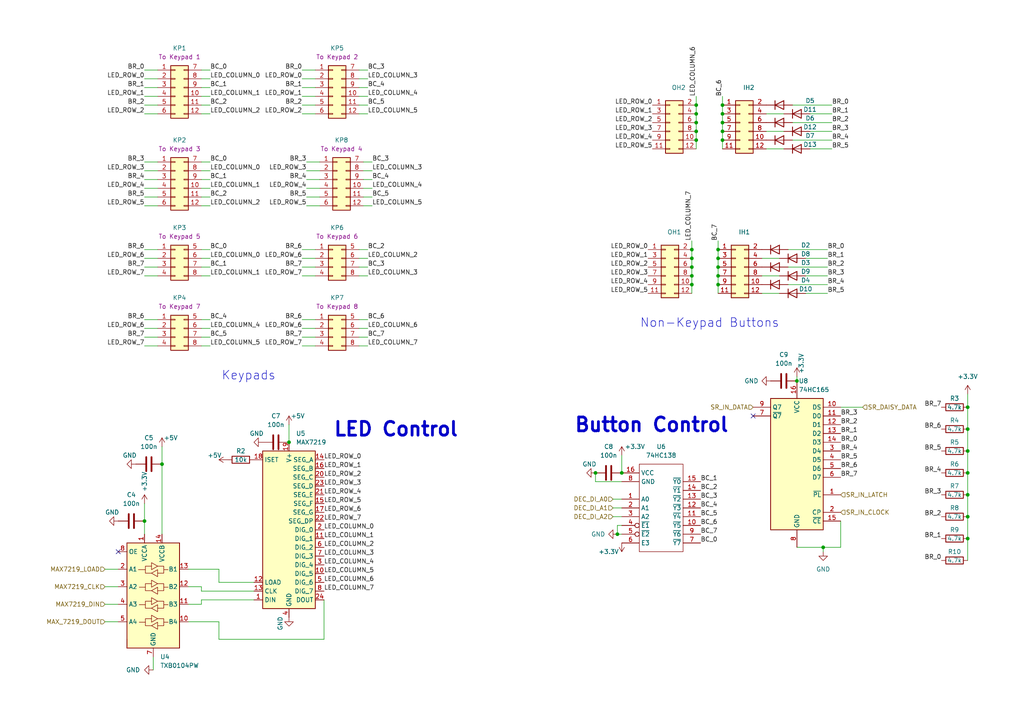
<source format=kicad_sch>
(kicad_sch (version 20211123) (generator eeschema)
  (paper "A4")
  (lib_symbols
    (symbol "74xx:74HC165"
      (property "Reference" "U" (at -7.62 19.05 0))
      (property "Value" "74HC165" (at -7.62 -21.59 0))
      (symbol "74HC165_1_0"
        (pin input line (at -12.7 -10.16 0) (length 5.08) (name "~{PL}") (number "1"))
        (pin input line (at -12.7 15.24 0) (length 5.08) (name "DS") (number "10"))
        (pin input line (at -12.7 12.7 0) (length 5.08) (name "D0") (number "11"))
        (pin input line (at -12.7 10.16 0) (length 5.08) (name "D1") (number "12"))
        (pin input line (at -12.7 7.62 0) (length 5.08) (name "D2") (number "13"))
        (pin input line (at -12.7 5.08 0) (length 5.08) (name "D3") (number "14"))
        (pin input line (at -12.7 -17.78 0) (length 5.08) (name "~{CE}") (number "15"))
        (pin power_in line (at 0 22.86 270) (length 5.08) (name "VCC") (number "16"))
        (pin input line (at -12.7 -15.24 0) (length 5.08) (name "CP") (number "2"))
        (pin input line (at -12.7 2.54 0) (length 5.08) (name "D4") (number "3"))
        (pin input line (at -12.7 0 0) (length 5.08) (name "D5") (number "4"))
        (pin input line (at -12.7 -2.54 0) (length 5.08) (name "D6") (number "5"))
        (pin input line (at -12.7 -5.08 0) (length 5.08) (name "D7") (number "6"))
        (pin output line (at 12.7 12.7 180) (length 5.08) (name "~{Q7}") (number "7"))
        (pin power_in line (at 0 -25.4 90) (length 5.08) (name "GND") (number "8"))
        (pin output line (at 12.7 15.24 180) (length 5.08) (name "Q7") (number "9"))
      )
      (symbol "74HC165_1_1"
        (rectangle (start -7.62 17.78) (end 7.62 -20.32) (stroke (width 0.254)) (fill (type background)))
      )
    )
    (symbol "Connector_Generic:Conn_02x04_Top_Bottom" (pin_names (offset 1.016) hide)
      (property "Reference" "J" (at 1.27 5.08 0))
      (property "Value" "Conn_02x04_Top_Bottom" (at 1.27 -7.62 0))
      (symbol "Conn_02x04_Top_Bottom_1_1"
        (rectangle (start -1.27 -4.953) (end 0 -5.207) (stroke (width 0.1524)))
        (rectangle (start -1.27 -2.413) (end 0 -2.667) (stroke (width 0.1524)))
        (rectangle (start -1.27 0.127) (end 0 -0.127) (stroke (width 0.1524)))
        (rectangle (start -1.27 2.667) (end 0 2.413) (stroke (width 0.1524)))
        (rectangle (start -1.27 3.81) (end 3.81 -6.35) (stroke (width 0.254)) (fill (type background)))
        (rectangle (start 3.81 -4.953) (end 2.54 -5.207) (stroke (width 0.1524)))
        (rectangle (start 3.81 -2.413) (end 2.54 -2.667) (stroke (width 0.1524)))
        (rectangle (start 3.81 0.127) (end 2.54 -0.127) (stroke (width 0.1524)))
        (rectangle (start 3.81 2.667) (end 2.54 2.413) (stroke (width 0.1524)))
        (pin passive line (at -5.08 2.54 0) (length 3.81) (name "Pin_1") (number "1"))
        (pin passive line (at -5.08 0 0) (length 3.81) (name "Pin_2") (number "2"))
        (pin passive line (at -5.08 -2.54 0) (length 3.81) (name "Pin_3") (number "3"))
        (pin passive line (at -5.08 -5.08 0) (length 3.81) (name "Pin_4") (number "4"))
        (pin passive line (at 7.62 2.54 180) (length 3.81) (name "Pin_5") (number "5"))
        (pin passive line (at 7.62 0 180) (length 3.81) (name "Pin_6") (number "6"))
        (pin passive line (at 7.62 -2.54 180) (length 3.81) (name "Pin_7") (number "7"))
        (pin passive line (at 7.62 -5.08 180) (length 3.81) (name "Pin_8") (number "8"))
      )
    )
    (symbol "Connector_Generic:Conn_02x06_Odd_Even" (pin_names (offset 1.016) hide)
      (property "Reference" "J" (at 1.27 7.62 0))
      (property "Value" "Conn_02x06_Odd_Even" (at 1.27 -10.16 0))
      (symbol "Conn_02x06_Odd_Even_1_1"
        (rectangle (start -1.27 -7.493) (end 0 -7.747) (stroke (width 0.1524)))
        (rectangle (start -1.27 -4.953) (end 0 -5.207) (stroke (width 0.1524)))
        (rectangle (start -1.27 -2.413) (end 0 -2.667) (stroke (width 0.1524)))
        (rectangle (start -1.27 0.127) (end 0 -0.127) (stroke (width 0.1524)))
        (rectangle (start -1.27 2.667) (end 0 2.413) (stroke (width 0.1524)))
        (rectangle (start -1.27 5.207) (end 0 4.953) (stroke (width 0.1524)))
        (rectangle (start -1.27 6.35) (end 3.81 -8.89) (stroke (width 0.254)) (fill (type background)))
        (rectangle (start 3.81 -7.493) (end 2.54 -7.747) (stroke (width 0.1524)))
        (rectangle (start 3.81 -4.953) (end 2.54 -5.207) (stroke (width 0.1524)))
        (rectangle (start 3.81 -2.413) (end 2.54 -2.667) (stroke (width 0.1524)))
        (rectangle (start 3.81 0.127) (end 2.54 -0.127) (stroke (width 0.1524)))
        (rectangle (start 3.81 2.667) (end 2.54 2.413) (stroke (width 0.1524)))
        (rectangle (start 3.81 5.207) (end 2.54 4.953) (stroke (width 0.1524)))
        (pin passive line (at -5.08 5.08 0) (length 3.81) (name "Pin_1") (number "1"))
        (pin passive line (at 7.62 -5.08 180) (length 3.81) (name "Pin_10") (number "10"))
        (pin passive line (at -5.08 -7.62 0) (length 3.81) (name "Pin_11") (number "11"))
        (pin passive line (at 7.62 -7.62 180) (length 3.81) (name "Pin_12") (number "12"))
        (pin passive line (at 7.62 5.08 180) (length 3.81) (name "Pin_2") (number "2"))
        (pin passive line (at -5.08 2.54 0) (length 3.81) (name "Pin_3") (number "3"))
        (pin passive line (at 7.62 2.54 180) (length 3.81) (name "Pin_4") (number "4"))
        (pin passive line (at -5.08 0 0) (length 3.81) (name "Pin_5") (number "5"))
        (pin passive line (at 7.62 0 180) (length 3.81) (name "Pin_6") (number "6"))
        (pin passive line (at -5.08 -2.54 0) (length 3.81) (name "Pin_7") (number "7"))
        (pin passive line (at 7.62 -2.54 180) (length 3.81) (name "Pin_8") (number "8"))
        (pin passive line (at -5.08 -5.08 0) (length 3.81) (name "Pin_9") (number "9"))
      )
    )
    (symbol "Connector_Generic:Conn_02x06_Top_Bottom" (pin_names (offset 1.016) hide)
      (property "Reference" "J" (at 1.27 7.62 0))
      (property "Value" "Conn_02x06_Top_Bottom" (at 1.27 -10.16 0))
      (symbol "Conn_02x06_Top_Bottom_1_1"
        (rectangle (start -1.27 -7.493) (end 0 -7.747) (stroke (width 0.1524)))
        (rectangle (start -1.27 -4.953) (end 0 -5.207) (stroke (width 0.1524)))
        (rectangle (start -1.27 -2.413) (end 0 -2.667) (stroke (width 0.1524)))
        (rectangle (start -1.27 0.127) (end 0 -0.127) (stroke (width 0.1524)))
        (rectangle (start -1.27 2.667) (end 0 2.413) (stroke (width 0.1524)))
        (rectangle (start -1.27 5.207) (end 0 4.953) (stroke (width 0.1524)))
        (rectangle (start -1.27 6.35) (end 3.81 -8.89) (stroke (width 0.254)) (fill (type background)))
        (rectangle (start 3.81 -7.493) (end 2.54 -7.747) (stroke (width 0.1524)))
        (rectangle (start 3.81 -4.953) (end 2.54 -5.207) (stroke (width 0.1524)))
        (rectangle (start 3.81 -2.413) (end 2.54 -2.667) (stroke (width 0.1524)))
        (rectangle (start 3.81 0.127) (end 2.54 -0.127) (stroke (width 0.1524)))
        (rectangle (start 3.81 2.667) (end 2.54 2.413) (stroke (width 0.1524)))
        (rectangle (start 3.81 5.207) (end 2.54 4.953) (stroke (width 0.1524)))
        (pin passive line (at -5.08 5.08 0) (length 3.81) (name "Pin_1") (number "1"))
        (pin passive line (at 7.62 -2.54 180) (length 3.81) (name "Pin_10") (number "10"))
        (pin passive line (at 7.62 -5.08 180) (length 3.81) (name "Pin_11") (number "11"))
        (pin passive line (at 7.62 -7.62 180) (length 3.81) (name "Pin_12") (number "12"))
        (pin passive line (at -5.08 2.54 0) (length 3.81) (name "Pin_2") (number "2"))
        (pin passive line (at -5.08 0 0) (length 3.81) (name "Pin_3") (number "3"))
        (pin passive line (at -5.08 -2.54 0) (length 3.81) (name "Pin_4") (number "4"))
        (pin passive line (at -5.08 -5.08 0) (length 3.81) (name "Pin_5") (number "5"))
        (pin passive line (at -5.08 -7.62 0) (length 3.81) (name "Pin_6") (number "6"))
        (pin passive line (at 7.62 5.08 180) (length 3.81) (name "Pin_7") (number "7"))
        (pin passive line (at 7.62 2.54 180) (length 3.81) (name "Pin_8") (number "8"))
        (pin passive line (at 7.62 0 180) (length 3.81) (name "Pin_9") (number "9"))
      )
    )
    (symbol "Device:C" (pin_numbers hide) (pin_names (offset 0.254))
      (property "Reference" "C" (at 0.635 2.54 0))
      (property "Value" "C" (at 0.635 -2.54 0))
      (symbol "C_0_1"
        (polyline (pts (xy -2.032 -0.762) (xy 2.032 -0.762)) (stroke (width 0.508)))
        (polyline (pts (xy -2.032 0.762) (xy 2.032 0.762)) (stroke (width 0.508)))
      )
      (symbol "C_1_1"
        (pin passive line (at 0 3.81 270) (length 2.794) (name "~") (number "1"))
        (pin passive line (at 0 -3.81 90) (length 2.794) (name "~") (number "2"))
      )
    )
    (symbol "Device:R" (pin_numbers hide) (pin_names (offset 0))
      (property "Reference" "R" (at 2.032 0 90))
      (property "Value" "R" (at 0 0 90))
      (symbol "R_0_1"
        (rectangle (start -1.016 -2.54) (end 1.016 2.54) (stroke (width 0.254)))
      )
      (symbol "R_1_1"
        (pin passive line (at 0 3.81 270) (length 1.27) (name "~") (number "1"))
        (pin passive line (at 0 -3.81 90) (length 1.27) (name "~") (number "2"))
      )
    )
    (symbol "Diode:1N4148WT" (pin_numbers hide) (pin_names (offset 1.016) hide)
      (property "Reference" "D" (at 0 2.54 0))
      (property "Value" "1N4148WT" (at 0 -2.54 0))
      (symbol "1N4148WT_0_1"
        (polyline (pts (xy -1.27 1.27) (xy -1.27 -1.27)) (stroke (width 0.254)))
        (polyline (pts (xy 1.27 0) (xy -1.27 0)))
        (polyline (pts (xy 1.27 1.27) (xy 1.27 -1.27) (xy -1.27 0) (xy 1.27 1.27)) (stroke (width 0.254)))
      )
      (symbol "1N4148WT_1_1"
        (pin passive line (at -3.81 0 0) (length 2.54) (name "K") (number "1"))
        (pin passive line (at 3.81 0 180) (length 2.54) (name "A") (number "2"))
      )
    )
    (symbol "Driver_LED:MAX7219"
      (property "Reference" "U" (at -6.35 24.13 0))
      (property "Value" "MAX7219" (at 1.27 25.4 0))
      (symbol "MAX7219_0_1"
        (rectangle (start -7.62 22.86) (end 7.62 -22.86) (stroke (width 0.254)) (fill (type background)))
      )
      (symbol "MAX7219_1_1"
        (pin input line (at -10.16 -20.32 0) (length 2.54) (name "DIN") (number "1"))
        (pin output line (at 10.16 -12.7 180) (length 2.54) (name "DIG_5") (number "10"))
        (pin output line (at 10.16 -2.54 180) (length 2.54) (name "DIG_1") (number "11"))
        (pin input line (at -10.16 -15.24 0) (length 2.54) (name "LOAD") (number "12"))
        (pin input line (at -10.16 -17.78 0) (length 2.54) (name "CLK") (number "13"))
        (pin output line (at 10.16 20.32 180) (length 2.54) (name "SEG_A") (number "14"))
        (pin output line (at 10.16 7.62 180) (length 2.54) (name "SEG_F") (number "15"))
        (pin output line (at 10.16 17.78 180) (length 2.54) (name "SEG_B") (number "16"))
        (pin output line (at 10.16 5.08 180) (length 2.54) (name "SEG_G") (number "17"))
        (pin input line (at -10.16 20.32 0) (length 2.54) (name "ISET") (number "18"))
        (pin power_in line (at 0 25.4 270) (length 2.54) (name "V+") (number "19"))
        (pin output line (at 10.16 0 180) (length 2.54) (name "DIG_0") (number "2"))
        (pin output line (at 10.16 15.24 180) (length 2.54) (name "SEG_C") (number "20"))
        (pin output line (at 10.16 10.16 180) (length 2.54) (name "SEG_E") (number "21"))
        (pin output line (at 10.16 2.54 180) (length 2.54) (name "SEG_DP") (number "22"))
        (pin output line (at 10.16 12.7 180) (length 2.54) (name "SEG_D") (number "23"))
        (pin output line (at 10.16 -20.32 180) (length 2.54) (name "DOUT") (number "24"))
        (pin output line (at 10.16 -10.16 180) (length 2.54) (name "DIG_4") (number "3"))
        (pin power_in line (at 0 -25.4 90) (length 2.54) (name "GND") (number "4"))
        (pin output line (at 10.16 -15.24 180) (length 2.54) (name "DIG_6") (number "5"))
        (pin output line (at 10.16 -5.08 180) (length 2.54) (name "DIG_2") (number "6"))
        (pin output line (at 10.16 -7.62 180) (length 2.54) (name "DIG_3") (number "7"))
        (pin output line (at 10.16 -17.78 180) (length 2.54) (name "DIG_7") (number "8"))
        (pin passive line (at 0 -25.4 90) (length 2.54) hide (name "GND") (number "9"))
      )
    )
    (symbol "Logic_LevelTranslator:TXB0104PW"
      (property "Reference" "U" (at -6.35 16.51 0))
      (property "Value" "TXB0104PW" (at 3.81 16.51 0))
      (symbol "TXB0104PW_0_1"
        (rectangle (start -7.62 -15.24) (end -7.62 -12.7) (stroke (width 0.254)))
        (rectangle (start -7.62 15.24) (end 7.62 -15.24) (stroke (width 0.254)) (fill (type background)))
        (polyline (pts (xy -2.286 -7.747) (xy -2.286 -6.731) (xy -0.508 -6.731)))
        (polyline (pts (xy -2.286 -2.667) (xy -2.286 -1.651) (xy -0.508 -1.651)))
        (polyline (pts (xy -2.286 2.413) (xy -2.286 3.429) (xy -0.508 3.429)))
        (polyline (pts (xy -2.286 7.493) (xy -2.286 8.509) (xy -0.508 8.509)))
        (polyline (pts (xy 3.048 -7.747) (xy 3.048 -8.763) (xy 1.27 -8.763)))
        (polyline (pts (xy 3.048 -2.667) (xy 3.048 -3.683) (xy 1.27 -3.683)))
        (polyline (pts (xy 3.048 2.413) (xy 3.048 1.397) (xy 1.27 1.397)))
        (polyline (pts (xy 3.048 7.493) (xy 3.048 6.477) (xy 1.27 6.477)))
        (polyline (pts (xy -0.508 -8.763) (xy -2.286 -8.763) (xy -2.286 -7.747) (xy -4.064 -7.747)))
        (polyline (pts (xy -0.508 -8.763) (xy 1.27 -7.747) (xy 1.27 -9.779) (xy -0.508 -8.763)))
        (polyline (pts (xy -0.508 -3.683) (xy -2.286 -3.683) (xy -2.286 -2.667) (xy -4.064 -2.667)))
        (polyline (pts (xy -0.508 -3.683) (xy 1.27 -2.667) (xy 1.27 -4.699) (xy -0.508 -3.683)))
        (polyline (pts (xy -0.508 1.397) (xy -2.286 1.397) (xy -2.286 2.413) (xy -4.064 2.413)))
        (polyline (pts (xy -0.508 1.397) (xy 1.27 2.413) (xy 1.27 0.381) (xy -0.508 1.397)))
        (polyline (pts (xy -0.508 6.477) (xy -2.286 6.477) (xy -2.286 7.493) (xy -4.318 7.493)))
        (polyline (pts (xy -0.508 6.477) (xy 1.27 7.493) (xy 1.27 5.461) (xy -0.508 6.477)))
        (polyline (pts (xy 1.27 -6.731) (xy -0.508 -7.747) (xy -0.508 -5.715) (xy 1.27 -6.731)))
        (polyline (pts (xy 1.27 -6.731) (xy 3.048 -6.731) (xy 3.048 -7.747) (xy 4.318 -7.747)))
        (polyline (pts (xy 1.27 -1.651) (xy -0.508 -2.667) (xy -0.508 -0.635) (xy 1.27 -1.651)))
        (polyline (pts (xy 1.27 -1.651) (xy 3.048 -1.651) (xy 3.048 -2.667) (xy 4.318 -2.667)))
        (polyline (pts (xy 1.27 3.429) (xy -0.508 2.413) (xy -0.508 4.445) (xy 1.27 3.429)))
        (polyline (pts (xy 1.27 3.429) (xy 3.048 3.429) (xy 3.048 2.413) (xy 4.318 2.413)))
        (polyline (pts (xy 1.27 8.509) (xy -0.508 7.493) (xy -0.508 9.525) (xy 1.27 8.509)))
        (polyline (pts (xy 1.27 8.509) (xy 3.048 8.509) (xy 3.048 7.493) (xy 4.318 7.493)))
      )
      (symbol "TXB0104PW_1_1"
        (pin power_in line (at -2.54 17.78 270) (length 2.54) (name "VCCA") (number "1"))
        (pin bidirectional line (at 10.16 -7.62 180) (length 2.54) (name "B4") (number "10"))
        (pin bidirectional line (at 10.16 -2.54 180) (length 2.54) (name "B3") (number "11"))
        (pin bidirectional line (at 10.16 2.54 180) (length 2.54) (name "B2") (number "12"))
        (pin bidirectional line (at 10.16 7.62 180) (length 2.54) (name "B1") (number "13"))
        (pin power_in line (at 2.54 17.78 270) (length 2.54) (name "VCCB") (number "14"))
        (pin bidirectional line (at -10.16 7.62 0) (length 2.54) (name "A1") (number "2"))
        (pin bidirectional line (at -10.16 2.54 0) (length 2.54) (name "A2") (number "3"))
        (pin bidirectional line (at -10.16 -2.54 0) (length 2.54) (name "A3") (number "4"))
        (pin bidirectional line (at -10.16 -7.62 0) (length 2.54) (name "A4") (number "5"))
        (pin no_connect line (at -10.16 -12.7 0) (length 2.54) hide (name "NC") (number "6"))
        (pin power_in line (at 0 -17.78 90) (length 2.54) (name "GND") (number "7"))
        (pin input line (at -10.16 12.7 0) (length 2.54) (name "OE") (number "8"))
        (pin no_connect line (at 10.16 -12.7 180) (length 2.54) hide (name "NC") (number "9"))
      )
    )
    (symbol "igor_lib:74HC138"
      (property "Reference" "U?" (at 6.35 29.21 0))
      (property "Value" "74HC138" (at 6.35 26.67 0))
      (symbol "74HC138_0_0"
        (pin power_in line (at -5.08 22.86 0) (length 5.08) (name "VCC") (number "16"))
      )
      (symbol "74HC138_0_1"
        (rectangle (start 0 25.4) (end 12.7 0))
      )
      (symbol "74HC138_1_1"
        (pin input line (at -5.08 15.24 0) (length 5.08) (name "A0") (number "1"))
        (pin output line (at 17.78 7.62 180) (length 5.08) (name "~{Y5}") (number "10"))
        (pin output line (at 17.78 10.16 180) (length 5.08) (name "~{Y4}") (number "11"))
        (pin output line (at 17.78 12.7 180) (length 5.08) (name "~{Y3}") (number "12"))
        (pin output line (at 17.78 15.24 180) (length 5.08) (name "~{Y2}") (number "13"))
        (pin output line (at 17.78 17.78 180) (length 5.08) (name "~{Y1}") (number "14"))
        (pin output line (at 17.78 20.32 180) (length 5.08) (name "~{Y0}") (number "15"))
        (pin input line (at -5.08 12.7 0) (length 5.08) (name "A1") (number "2"))
        (pin input line (at -5.08 10.16 0) (length 5.08) (name "A2") (number "3"))
        (pin input inverted (at -5.08 7.62 0) (length 5.08) (name "~{E1}") (number "4"))
        (pin input inverted (at -5.08 5.08 0) (length 5.08) (name "~{E2}") (number "5"))
        (pin input line (at -5.08 2.54 0) (length 5.08) (name "E3") (number "6"))
        (pin output line (at 17.78 2.54 180) (length 5.08) (name "~{Y7}") (number "7"))
        (pin power_in line (at -5.08 20.32 0) (length 5.08) (name "GND") (number "8"))
        (pin output line (at 17.78 5.08 180) (length 5.08) (name "~{Y6}") (number "9"))
      )
    )
    (symbol "power:+3.3V" (power) (pin_names (offset 0))
      (property "Value" "+3.3V" (at 0 3.556 0))
      (symbol "+3.3V_0_1"
        (polyline (pts (xy -0.762 1.27) (xy 0 2.54)))
        (polyline (pts (xy 0 0) (xy 0 2.54)))
        (polyline (pts (xy 0 2.54) (xy 0.762 1.27)))
      )
      (symbol "+3.3V_1_1"
        (pin power_in line (at 0 0 90) (length 0) hide (name "+3.3V") (number "1"))
      )
    )
    (symbol "power:+5V" (power) (pin_names (offset 0))
      (property "Value" "+5V" (at 0 3.556 0))
      (symbol "+5V_0_1"
        (polyline (pts (xy -0.762 1.27) (xy 0 2.54)))
        (polyline (pts (xy 0 0) (xy 0 2.54)))
        (polyline (pts (xy 0 2.54) (xy 0.762 1.27)))
      )
      (symbol "+5V_1_1"
        (pin power_in line (at 0 0 90) (length 0) hide (name "+5V") (number "1"))
      )
    )
    (symbol "power:GND" (power) (pin_names (offset 0))
      (property "Value" "GND" (at 0 -3.81 0))
      (symbol "GND_0_1"
        (polyline (pts (xy 0 0) (xy 0 -1.27) (xy 1.27 -1.27) (xy 0 -2.54) (xy -1.27 -1.27) (xy 0 -1.27)))
      )
      (symbol "GND_1_1"
        (pin power_in line (at 0 0 270) (length 0) hide (name "GND") (number "1"))
      )
    )
  )
  (junction (at 41.91 151.13))
  (junction (at 83.82 128.27))
  (junction (at 280.67 156.21))
  (junction (at 208.28 82.55))
  (junction (at 209.55 35.56))
  (junction (at 280.67 137.16))
  (junction (at 201.93 30.48))
  (junction (at 209.55 38.1))
  (junction (at 200.66 74.93))
  (junction (at 201.93 40.64))
  (junction (at 201.93 35.56))
  (junction (at 201.93 38.1))
  (junction (at 238.76 158.75))
  (junction (at 280.67 124.46))
  (junction (at 46.99 134.62))
  (junction (at 280.67 118.11))
  (junction (at 280.67 130.81))
  (junction (at 208.28 77.47))
  (junction (at 209.55 33.02))
  (junction (at 209.55 40.64))
  (junction (at 200.66 77.47))
  (junction (at 200.66 82.55))
  (junction (at 231.14 110.49))
  (junction (at 201.93 33.02))
  (junction (at 280.67 143.51))
  (junction (at 209.55 30.48))
  (junction (at 180.34 137.16))
  (junction (at 179.07 154.94))
  (junction (at 208.28 74.93))
  (junction (at 200.66 72.39))
  (junction (at 280.67 149.86))
  (junction (at 172.72 137.16))
  (junction (at 208.28 80.01))
  (junction (at 200.66 80.01))
  (junction (at 208.28 72.39))
  (no_connect (at 34.29 160.02))
  (no_connect (at 218.44 120.65))
  (wire (pts (xy 234.95 38.1) (xy 241.3 38.1)))
  (wire (pts (xy 93.98 185.42) (xy 63.5 185.42)))
  (wire (pts (xy 87.63 92.71) (xy 91.44 92.71)))
  (wire (pts (xy 201.93 38.1) (xy 201.93 40.64)))
  (wire (pts (xy 41.91 33.02) (xy 45.72 33.02)))
  (wire (pts (xy 30.48 175.26) (xy 34.29 175.26)))
  (wire (pts (xy 280.67 143.51) (xy 280.67 149.86)))
  (wire (pts (xy 41.91 97.79) (xy 45.72 97.79)))
  (wire (pts (xy 41.91 72.39) (xy 45.72 72.39)))
  (wire (pts (xy 88.9 54.61) (xy 92.71 54.61)))
  (wire (pts (xy 41.91 54.61) (xy 45.72 54.61)))
  (wire (pts (xy 87.63 20.32) (xy 91.44 20.32)))
  (wire (pts (xy 226.06 80.01) (xy 220.98 80.01)))
  (wire (pts (xy 88.9 46.99) (xy 92.71 46.99)))
  (wire (pts (xy 87.63 95.25) (xy 91.44 95.25)))
  (wire (pts (xy 41.91 74.93) (xy 45.72 74.93)))
  (wire (pts (xy 83.82 123.19) (xy 83.82 128.27)))
  (wire (pts (xy 209.55 33.02) (xy 209.55 35.56)))
  (wire (pts (xy 233.68 85.09) (xy 240.03 85.09)))
  (wire (pts (xy 180.34 139.7) (xy 172.72 139.7)))
  (wire (pts (xy 87.63 97.79) (xy 91.44 97.79)))
  (wire (pts (xy 201.93 35.56) (xy 201.93 38.1)))
  (wire (pts (xy 228.6 77.47) (xy 240.03 77.47)))
  (wire (pts (xy 231.14 158.75) (xy 238.76 158.75)))
  (wire (pts (xy 58.42 54.61) (xy 60.96 54.61)))
  (wire (pts (xy 58.42 72.39) (xy 60.96 72.39)))
  (wire (pts (xy 227.33 38.1) (xy 222.25 38.1)))
  (wire (pts (xy 87.63 27.94) (xy 91.44 27.94)))
  (wire (pts (xy 280.67 114.3) (xy 280.67 118.11)))
  (wire (pts (xy 229.87 35.56) (xy 241.3 35.56)))
  (wire (pts (xy 104.14 22.86) (xy 106.68 22.86)))
  (wire (pts (xy 58.42 30.48) (xy 60.96 30.48)))
  (wire (pts (xy 200.66 77.47) (xy 200.66 80.01)))
  (wire (pts (xy 58.42 77.47) (xy 60.96 77.47)))
  (wire (pts (xy 41.91 146.05) (xy 41.91 151.13)))
  (wire (pts (xy 227.33 43.18) (xy 222.25 43.18)))
  (wire (pts (xy 87.63 33.02) (xy 91.44 33.02)))
  (wire (pts (xy 58.42 100.33) (xy 60.96 100.33)))
  (wire (pts (xy 104.14 74.93) (xy 106.68 74.93)))
  (wire (pts (xy 58.42 92.71) (xy 60.96 92.71)))
  (wire (pts (xy 46.99 129.54) (xy 46.99 134.62)))
  (wire (pts (xy 179.07 152.4) (xy 179.07 154.94)))
  (wire (pts (xy 238.76 158.75) (xy 243.84 158.75)))
  (wire (pts (xy 87.63 25.4) (xy 91.44 25.4)))
  (wire (pts (xy 58.42 80.01) (xy 60.96 80.01)))
  (wire (pts (xy 209.55 30.48) (xy 209.55 33.02)))
  (wire (pts (xy 104.14 27.94) (xy 106.68 27.94)))
  (wire (pts (xy 105.41 54.61) (xy 107.95 54.61)))
  (wire (pts (xy 41.91 22.86) (xy 45.72 22.86)))
  (wire (pts (xy 177.8 144.78) (xy 180.34 144.78)))
  (wire (pts (xy 41.91 27.94) (xy 45.72 27.94)))
  (wire (pts (xy 63.5 185.42) (xy 63.5 180.34)))
  (wire (pts (xy 229.87 30.48) (xy 241.3 30.48)))
  (wire (pts (xy 41.91 49.53) (xy 45.72 49.53)))
  (wire (pts (xy 104.14 80.01) (xy 106.68 80.01)))
  (wire (pts (xy 87.63 77.47) (xy 91.44 77.47)))
  (wire (pts (xy 88.9 57.15) (xy 92.71 57.15)))
  (wire (pts (xy 88.9 52.07) (xy 92.71 52.07)))
  (wire (pts (xy 58.42 25.4) (xy 60.96 25.4)))
  (wire (pts (xy 41.91 20.32) (xy 45.72 20.32)))
  (wire (pts (xy 234.95 43.18) (xy 241.3 43.18)))
  (wire (pts (xy 238.76 160.02) (xy 238.76 158.75)))
  (wire (pts (xy 41.91 25.4) (xy 45.72 25.4)))
  (wire (pts (xy 41.91 92.71) (xy 45.72 92.71)))
  (wire (pts (xy 58.42 59.69) (xy 60.96 59.69)))
  (wire (pts (xy 30.48 165.1) (xy 34.29 165.1)))
  (wire (pts (xy 41.91 95.25) (xy 45.72 95.25)))
  (wire (pts (xy 280.67 137.16) (xy 280.67 143.51)))
  (wire (pts (xy 200.66 80.01) (xy 200.66 82.55)))
  (wire (pts (xy 105.41 59.69) (xy 107.95 59.69)))
  (wire (pts (xy 177.8 149.86) (xy 180.34 149.86)))
  (wire (pts (xy 63.5 165.1) (xy 54.61 165.1)))
  (wire (pts (xy 177.8 147.32) (xy 180.34 147.32)))
  (wire (pts (xy 58.42 20.32) (xy 60.96 20.32)))
  (wire (pts (xy 104.14 95.25) (xy 106.68 95.25)))
  (wire (pts (xy 58.42 22.86) (xy 60.96 22.86)))
  (wire (pts (xy 209.55 27.94) (xy 209.55 30.48)))
  (wire (pts (xy 280.67 118.11) (xy 280.67 124.46)))
  (wire (pts (xy 229.87 40.64) (xy 241.3 40.64)))
  (wire (pts (xy 58.42 95.25) (xy 60.96 95.25)))
  (wire (pts (xy 58.42 97.79) (xy 60.96 97.79)))
  (wire (pts (xy 201.93 27.94) (xy 201.93 30.48)))
  (wire (pts (xy 41.91 77.47) (xy 45.72 77.47)))
  (wire (pts (xy 208.28 74.93) (xy 208.28 77.47)))
  (wire (pts (xy 58.42 173.99) (xy 58.42 175.26)))
  (wire (pts (xy 63.5 168.91) (xy 63.5 165.1)))
  (wire (pts (xy 58.42 175.26) (xy 54.61 175.26)))
  (wire (pts (xy 233.68 74.93) (xy 240.03 74.93)))
  (wire (pts (xy 46.99 134.62) (xy 46.99 154.94)))
  (wire (pts (xy 105.41 52.07) (xy 107.95 52.07)))
  (wire (pts (xy 104.14 33.02) (xy 106.68 33.02)))
  (wire (pts (xy 58.42 74.93) (xy 60.96 74.93)))
  (wire (pts (xy 208.28 80.01) (xy 208.28 82.55)))
  (wire (pts (xy 209.55 40.64) (xy 209.55 43.18)))
  (wire (pts (xy 87.63 80.01) (xy 91.44 80.01)))
  (wire (pts (xy 104.14 92.71) (xy 106.68 92.71)))
  (wire (pts (xy 58.42 49.53) (xy 60.96 49.53)))
  (wire (pts (xy 63.5 168.91) (xy 73.66 168.91)))
  (wire (pts (xy 200.66 82.55) (xy 200.66 85.09)))
  (wire (pts (xy 201.93 30.48) (xy 201.93 33.02)))
  (wire (pts (xy 280.67 130.81) (xy 280.67 137.16)))
  (wire (pts (xy 227.33 33.02) (xy 222.25 33.02)))
  (wire (pts (xy 58.42 171.45) (xy 73.66 171.45)))
  (wire (pts (xy 208.28 77.47) (xy 208.28 80.01)))
  (wire (pts (xy 88.9 49.53) (xy 92.71 49.53)))
  (wire (pts (xy 104.14 20.32) (xy 106.68 20.32)))
  (wire (pts (xy 172.72 139.7) (xy 172.72 137.16)))
  (wire (pts (xy 58.42 33.02) (xy 60.96 33.02)))
  (wire (pts (xy 41.91 57.15) (xy 45.72 57.15)))
  (wire (pts (xy 105.41 49.53) (xy 107.95 49.53)))
  (wire (pts (xy 58.42 27.94) (xy 60.96 27.94)))
  (wire (pts (xy 208.28 72.39) (xy 208.28 74.93)))
  (wire (pts (xy 63.5 180.34) (xy 54.61 180.34)))
  (wire (pts (xy 228.6 72.39) (xy 240.03 72.39)))
  (wire (pts (xy 105.41 46.99) (xy 107.95 46.99)))
  (wire (pts (xy 41.91 59.69) (xy 45.72 59.69)))
  (wire (pts (xy 280.67 156.21) (xy 280.67 162.56)))
  (wire (pts (xy 104.14 25.4) (xy 106.68 25.4)))
  (wire (pts (xy 243.84 118.11) (xy 250.19 118.11)))
  (wire (pts (xy 87.63 22.86) (xy 91.44 22.86)))
  (wire (pts (xy 41.91 100.33) (xy 45.72 100.33)))
  (wire (pts (xy 58.42 52.07) (xy 60.96 52.07)))
  (wire (pts (xy 179.07 154.94) (xy 180.34 154.94)))
  (wire (pts (xy 41.91 80.01) (xy 45.72 80.01)))
  (wire (pts (xy 208.28 82.55) (xy 208.28 85.09)))
  (wire (pts (xy 233.68 80.01) (xy 240.03 80.01)))
  (wire (pts (xy 200.66 72.39) (xy 200.66 74.93)))
  (wire (pts (xy 104.14 100.33) (xy 106.68 100.33)))
  (wire (pts (xy 88.9 59.69) (xy 92.71 59.69)))
  (wire (pts (xy 209.55 38.1) (xy 209.55 40.64)))
  (wire (pts (xy 105.41 57.15) (xy 107.95 57.15)))
  (wire (pts (xy 58.42 46.99) (xy 60.96 46.99)))
  (wire (pts (xy 58.42 173.99) (xy 73.66 173.99)))
  (wire (pts (xy 208.28 69.85) (xy 208.28 72.39)))
  (wire (pts (xy 280.67 124.46) (xy 280.67 130.81)))
  (wire (pts (xy 93.98 173.99) (xy 93.98 185.42)))
  (wire (pts (xy 104.14 77.47) (xy 106.68 77.47)))
  (wire (pts (xy 87.63 30.48) (xy 91.44 30.48)))
  (wire (pts (xy 58.42 57.15) (xy 60.96 57.15)))
  (wire (pts (xy 87.63 72.39) (xy 91.44 72.39)))
  (wire (pts (xy 201.93 33.02) (xy 201.93 35.56)))
  (wire (pts (xy 180.34 152.4) (xy 179.07 152.4)))
  (wire (pts (xy 243.84 151.13) (xy 243.84 158.75)))
  (wire (pts (xy 226.06 85.09) (xy 220.98 85.09)))
  (wire (pts (xy 209.55 35.56) (xy 209.55 38.1)))
  (wire (pts (xy 41.91 30.48) (xy 45.72 30.48)))
  (wire (pts (xy 200.66 74.93) (xy 200.66 77.47)))
  (wire (pts (xy 201.93 40.64) (xy 201.93 43.18)))
  (wire (pts (xy 30.48 180.34) (xy 34.29 180.34)))
  (wire (pts (xy 104.14 30.48) (xy 106.68 30.48)))
  (wire (pts (xy 104.14 97.79) (xy 106.68 97.79)))
  (wire (pts (xy 41.91 151.13) (xy 41.91 154.94)))
  (wire (pts (xy 44.45 190.5) (xy 44.45 194.31)))
  (wire (pts (xy 104.14 72.39) (xy 106.68 72.39)))
  (wire (pts (xy 280.67 149.86) (xy 280.67 156.21)))
  (wire (pts (xy 58.42 170.18) (xy 54.61 170.18)))
  (wire (pts (xy 228.6 82.55) (xy 240.03 82.55)))
  (wire (pts (xy 200.66 69.85) (xy 200.66 72.39)))
  (wire (pts (xy 41.91 52.07) (xy 45.72 52.07)))
  (wire (pts (xy 180.34 132.08) (xy 180.34 137.16)))
  (wire (pts (xy 226.06 74.93) (xy 220.98 74.93)))
  (wire (pts (xy 87.63 74.93) (xy 91.44 74.93)))
  (wire (pts (xy 87.63 100.33) (xy 91.44 100.33)))
  (wire (pts (xy 58.42 171.45) (xy 58.42 170.18)))
  (wire (pts (xy 30.48 170.18) (xy 34.29 170.18)))
  (wire (pts (xy 41.91 46.99) (xy 45.72 46.99)))
  (wire (pts (xy 231.14 109.22) (xy 231.14 110.49)))
  (wire (pts (xy 234.95 33.02) (xy 241.3 33.02)))
  (text "Non-Keypad Buttons" (at 226.06 95.25 180) (effects (font (size 2.54 2.54)) (justify right bottom)))
  (text "Keypads" (at 80.01 110.49 180) (effects (font (size 2.54 2.54)) (justify right bottom)))
  (text "Button Control" (at 166.37 125.73 0) (effects (font (size 4 4) (thickness 0.8) bold) (justify left bottom)))
  (text "LED Control" (at 96.52 127 0) (effects (font (size 4 4) (thickness 0.8) bold) (justify left bottom)))
  (label "LED_ROW_0" (at 187.96 72.39 180))
  (label "LED_COLUMN_0" (at 60.96 22.86 0))
  (label "LED_COLUMN_4" (at 93.98 163.83 0))
  (label "BC_5" (at 203.2 149.86 0))
  (label "LED_ROW_2" (at 187.96 77.47 180))
  (label "BR_1" (at 243.84 125.73 0))
  (label "BR_4" (at 243.84 130.81 0))
  (label "LED_ROW_4" (at 41.91 54.61 180))
  (label "BR_5" (at 41.91 57.15 180))
  (label "BR_5" (at 243.84 133.35 0))
  (label "BR_0" (at 241.3 30.48 0))
  (label "BR_6" (at 273.05 124.46 180))
  (label "LED_ROW_6" (at 87.63 95.25 180))
  (label "LED_ROW_7" (at 93.98 151.13 0))
  (label "BR_3" (at 241.3 38.1 0))
  (label "BC_6" (at 209.55 27.94 90))
  (label "LED_COLUMN_3" (at 106.68 22.86 0))
  (label "LED_ROW_0" (at 87.63 22.86 180))
  (label "LED_COLUMN_2" (at 93.98 158.75 0))
  (label "LED_COLUMN_4" (at 107.95 54.61 0))
  (label "BR_0" (at 41.91 20.32 180))
  (label "LED_ROW_4" (at 187.96 82.55 180))
  (label "BC_4" (at 203.2 147.32 0))
  (label "BR_5" (at 273.05 130.81 180))
  (label "BC_4" (at 60.96 92.71 0))
  (label "BR_7" (at 87.63 77.47 180))
  (label "BC_0" (at 203.2 157.48 0))
  (label "LED_COLUMN_3" (at 106.68 80.01 0))
  (label "BR_0" (at 87.63 20.32 180))
  (label "LED_COLUMN_1" (at 60.96 80.01 0))
  (label "BR_2" (at 243.84 123.19 0))
  (label "BC_7" (at 203.2 154.94 0))
  (label "BR_0" (at 243.84 128.27 0))
  (label "BC_0" (at 60.96 72.39 0))
  (label "LED_ROW_5" (at 88.9 59.69 180))
  (label "LED_COLUMN_0" (at 60.96 74.93 0))
  (label "LED_COLUMN_1" (at 60.96 54.61 0))
  (label "BR_1" (at 87.63 25.4 180))
  (label "LED_ROW_2" (at 189.23 35.56 180))
  (label "BR_1" (at 273.05 156.21 180))
  (label "BR_7" (at 273.05 118.11 180))
  (label "BC_0" (at 60.96 20.32 0))
  (label "LED_ROW_4" (at 189.23 40.64 180))
  (label "LED_ROW_0" (at 93.98 133.35 0))
  (label "BC_6" (at 106.68 92.71 0))
  (label "BR_2" (at 41.91 30.48 180))
  (label "LED_COLUMN_1" (at 93.98 156.21 0))
  (label "LED_COLUMN_6" (at 93.98 168.91 0))
  (label "BC_0" (at 60.96 46.99 0))
  (label "LED_COLUMN_5" (at 107.95 59.69 0))
  (label "BR_2" (at 273.05 149.86 180))
  (label "BR_4" (at 88.9 52.07 180))
  (label "LED_ROW_5" (at 41.91 59.69 180))
  (label "LED_ROW_7" (at 87.63 100.33 180))
  (label "BC_2" (at 203.2 142.24 0))
  (label "BR_2" (at 87.63 30.48 180))
  (label "LED_ROW_7" (at 41.91 100.33 180))
  (label "LED_ROW_5" (at 187.96 85.09 180))
  (label "LED_COLUMN_2" (at 60.96 59.69 0))
  (label "LED_ROW_1" (at 41.91 27.94 180))
  (label "BR_6" (at 41.91 72.39 180))
  (label "LED_COLUMN_3" (at 93.98 161.29 0))
  (label "BC_5" (at 106.68 30.48 0))
  (label "LED_ROW_3" (at 41.91 49.53 180))
  (label "BC_5" (at 60.96 97.79 0))
  (label "LED_ROW_1" (at 189.23 33.02 180))
  (label "LED_ROW_2" (at 41.91 33.02 180))
  (label "BC_4" (at 107.95 52.07 0))
  (label "BC_1" (at 60.96 52.07 0))
  (label "LED_ROW_7" (at 87.63 80.01 180))
  (label "BC_3" (at 106.68 20.32 0))
  (label "BC_5" (at 107.95 57.15 0))
  (label "LED_COLUMN_0" (at 60.96 49.53 0))
  (label "BR_2" (at 240.03 77.47 0))
  (label "BR_3" (at 243.84 120.65 0))
  (label "BR_3" (at 240.03 80.01 0))
  (label "LED_ROW_3" (at 189.23 38.1 180))
  (label "BC_2" (at 106.68 72.39 0))
  (label "BC_2" (at 60.96 30.48 0))
  (label "BR_3" (at 41.91 46.99 180))
  (label "LED_ROW_5" (at 189.23 43.18 180))
  (label "BR_5" (at 241.3 43.18 0))
  (label "LED_COLUMN_5" (at 106.68 33.02 0))
  (label "BR_7" (at 243.84 138.43 0))
  (label "BC_2" (at 60.96 57.15 0))
  (label "LED_ROW_5" (at 93.98 146.05 0))
  (label "LED_ROW_6" (at 87.63 74.93 180))
  (label "BC_7" (at 208.28 69.85 90))
  (label "LED_COLUMN_4" (at 60.96 95.25 0))
  (label "BR_4" (at 273.05 137.16 180))
  (label "BR_0" (at 240.03 72.39 0))
  (label "BR_6" (at 243.84 135.89 0))
  (label "BR_5" (at 240.03 85.09 0))
  (label "BC_1" (at 60.96 77.47 0))
  (label "LED_COLUMN_6" (at 106.68 95.25 0))
  (label "BC_3" (at 107.95 46.99 0))
  (label "BR_7" (at 41.91 77.47 180))
  (label "LED_COLUMN_5" (at 60.96 100.33 0))
  (label "LED_ROW_1" (at 187.96 74.93 180))
  (label "LED_COLUMN_2" (at 106.68 74.93 0))
  (label "LED_ROW_4" (at 88.9 54.61 180))
  (label "LED_ROW_6" (at 41.91 95.25 180))
  (label "BR_4" (at 41.91 52.07 180))
  (label "LED_COLUMN_7" (at 93.98 171.45 0))
  (label "BR_6" (at 41.91 92.71 180))
  (label "BC_7" (at 106.68 97.79 0))
  (label "LED_COLUMN_5" (at 93.98 166.37 0))
  (label "LED_ROW_6" (at 93.98 148.59 0))
  (label "BC_1" (at 60.96 25.4 0))
  (label "LED_COLUMN_2" (at 60.96 33.02 0))
  (label "LED_COLUMN_0" (at 93.98 153.67 0))
  (label "LED_ROW_0" (at 41.91 22.86 180))
  (label "LED_ROW_2" (at 93.98 138.43 0))
  (label "LED_ROW_3" (at 93.98 140.97 0))
  (label "LED_ROW_2" (at 87.63 33.02 180))
  (label "LED_ROW_7" (at 41.91 80.01 180))
  (label "LED_ROW_3" (at 187.96 80.01 180))
  (label "LED_COLUMN_3" (at 107.95 49.53 0))
  (label "LED_COLUMN_6" (at 201.93 27.94 90))
  (label "BR_2" (at 241.3 35.56 0))
  (label "BR_4" (at 241.3 40.64 0))
  (label "BC_4" (at 106.68 25.4 0))
  (label "BC_3" (at 203.2 144.78 0))
  (label "BR_7" (at 41.91 97.79 180))
  (label "BC_1" (at 203.2 139.7 0))
  (label "LED_COLUMN_4" (at 106.68 27.94 0))
  (label "LED_ROW_0" (at 189.23 30.48 180))
  (label "BC_3" (at 106.68 77.47 0))
  (label "LED_ROW_4" (at 93.98 143.51 0))
  (label "LED_ROW_3" (at 88.9 49.53 180))
  (label "BR_7" (at 87.63 97.79 180))
  (label "BR_1" (at 41.91 25.4 180))
  (label "BR_6" (at 87.63 72.39 180))
  (label "BR_0" (at 273.05 162.56 180))
  (label "BR_4" (at 240.03 82.55 0))
  (label "LED_COLUMN_7" (at 106.68 100.33 0))
  (label "LED_ROW_1" (at 93.98 135.89 0))
  (label "BR_3" (at 88.9 46.99 180))
  (label "BC_6" (at 203.2 152.4 0))
  (label "LED_ROW_6" (at 41.91 74.93 180))
  (label "BR_1" (at 240.03 74.93 0))
  (label "BR_1" (at 241.3 33.02 0))
  (label "BR_6" (at 87.63 92.71 180))
  (label "LED_ROW_1" (at 87.63 27.94 180))
  (label "BR_3" (at 273.05 143.51 180))
  (label "LED_COLUMN_1" (at 60.96 27.94 0))
  (label "BR_5" (at 88.9 57.15 180))
  (label "LED_COLUMN_7" (at 200.66 69.85 90))
  (hierarchical_label "SR_IN_LATCH" (shape input) (at 243.84 143.51 0))
  (hierarchical_label "SR_IN_DATA" (shape input) (at 218.44 118.11 180))
  (hierarchical_label "SR_IN_CLOCK" (shape input) (at 243.84 148.59 0))
  (hierarchical_label "MAX7219_DIN" (shape input) (at 30.48 175.26 180))
  (hierarchical_label "MAX7219_CLK" (shape input) (at 30.48 170.18 180))
  (hierarchical_label "MAX7219_LOAD" (shape input) (at 30.48 165.1 180))
  (hierarchical_label "DEC_DI_A2" (shape input) (at 177.8 149.86 180))
  (hierarchical_label "MAX_7219_DOUT" (shape input) (at 30.48 180.34 180))
  (hierarchical_label "DEC_DI_A0" (shape input) (at 177.8 144.78 180))
  (hierarchical_label "DEC_DI_A1" (shape input) (at 177.8 147.32 180))
  (hierarchical_label "SR_DAISY_DATA" (shape input) (at 250.19 118.11 0))
  (symbol (lib_id "Driver_LED:MAX7219") (at 83.82 153.67 0) (unit 1)
    (property "Reference" "U5" (at 85.8394 125.73 0) (effects (justify left)))
    (property "Value" "MAX7219" (at 85.8394 128.27 0) (effects (justify left)))
    (property "Datasheet" "https://datasheets.maximintegrated.com/en/ds/MAX7219-MAX7221.pdf" (effects hide))
  )
  (symbol (lib_id "Diode:1N4148WT") (at 231.14 38.1 0) (unit 1)
    (property "Reference" "D12" (at 234.95 36.83 0))
    (property "Datasheet" "https://www.diodes.com/assets/Datasheets/ds30396.pdf" (effects hide))
    (property "LCSC" "C232841" (effects hide))
  )
  (symbol (lib_id "power:+5V") (at 46.99 129.54 0) (unit 1)
    (property "Reference" "#PWR032" (effects hide))
    (property "Value" "+5V" (at 49.53 127 0))
  )
  (symbol (lib_id "Device:R") (at 276.86 118.11 90) (unit 1)
    (property "Reference" "R3" (at 276.86 115.57 90))
    (property "Value" "4.7k" (at 276.86 118.11 90))
    (property "Footprint" "Resistor_SMD:R_0402_1005Metric" (effects hide))
    (property "LCSC" "C25900" (effects hide))
  )
  (symbol (lib_id "Device:R") (at 276.86 156.21 90) (unit 1)
    (property "Reference" "R9" (at 276.86 153.67 90))
    (property "Value" "4.7k" (at 276.86 156.21 90))
    (property "Footprint" "Resistor_SMD:R_0402_1005Metric" (effects hide))
    (property "LCSC" "C25900" (effects hide))
  )
  (symbol (lib_id "power:+3.3V") (at 231.14 109.22 0) (unit 1)
    (property "Reference" "#PWR042" (effects hide))
    (property "Value" "+3.3V" (at 232.41 105.41 90))
  )
  (symbol (lib_id "Connector_Generic:Conn_02x04_Top_Bottom") (at 96.52 74.93 0) (unit 1)
    (property "Reference" "KP6" (at 97.79 66.04 0))
    (property "Value" "Conn_02x04_Top_Bottom" (effects hide))
    (property "Description" "To Keypad 6" (at 97.79 68.58 0))
  )
  (symbol (lib_id "Connector_Generic:Conn_02x06_Odd_Even") (at 214.63 35.56 0) (unit 1)
    (property "Reference" "IH2" (at 217.17 25.4 0))
  )
  (symbol (lib_id "Device:R") (at 69.85 133.35 90) (unit 1)
    (property "Reference" "R2" (at 69.85 130.81 90))
    (property "Value" "10k" (at 69.85 133.35 90))
    (property "Footprint" "Resistor_SMD:R_0402_1005Metric" (effects hide))
    (property "LCSC" "C25744" (effects hide))
  )
  (symbol (lib_id "Diode:1N4148WT") (at 224.79 77.47 0) (unit 1)
    (property "Reference" "D3" (at 233.68 76.2 0))
    (property "Datasheet" "https://www.diodes.com/assets/Datasheets/ds30396.pdf" (effects hide))
    (property "LCSC" "C232841" (effects hide))
  )
  (symbol (lib_id "Logic_LevelTranslator:TXB0104PW") (at 44.45 172.72 0) (unit 1)
    (property "Reference" "U4" (at 46.4694 190.5 0) (effects (justify left)))
    (property "Value" "TXB0104PW" (at 46.4694 193.04 0) (effects (justify left)))
    (property "Footprint" "Package_SO:TSSOP-14_4.4x5mm_P0.65mm" (effects hide))
    (property "Datasheet" "http://www.ti.com/lit/ds/symlink/txb0104.pdf" (effects hide))
  )
  (symbol (lib_id "Device:R") (at 276.86 130.81 90) (unit 1)
    (property "Reference" "R5" (at 276.86 128.27 90))
    (property "Value" "4.7k" (at 276.86 130.81 90))
    (property "Footprint" "Resistor_SMD:R_0402_1005Metric" (effects hide))
    (property "LCSC" "C25900" (effects hide))
  )
  (symbol (lib_id "Connector_Generic:Conn_02x04_Top_Bottom") (at 50.8 95.25 0) (unit 1)
    (property "Reference" "KP4" (at 52.07 86.36 0))
    (property "Value" "Conn_02x04_Top_Bottom" (effects hide))
    (property "Description" "To Keypad 7" (at 52.07 88.9 0))
  )
  (symbol (lib_id "Diode:1N4148WT") (at 231.14 33.02 0) (unit 1)
    (property "Reference" "D11" (at 234.95 31.75 0))
    (property "Datasheet" "https://www.diodes.com/assets/Datasheets/ds30396.pdf" (effects hide))
    (property "LCSC" "C232841" (effects hide))
  )
  (symbol (lib_id "Connector_Generic:Conn_02x04_Top_Bottom") (at 96.52 95.25 0) (unit 1)
    (property "Reference" "KP7" (at 97.79 86.36 0))
    (property "Value" "Conn_02x04_Top_Bottom" (effects hide))
    (property "Description" "To Keypad 8" (at 97.79 88.9 0))
  )
  (symbol (lib_id "Diode:1N4148WT") (at 229.87 80.01 0) (unit 1)
    (property "Reference" "D9" (at 233.68 78.74 0))
    (property "Datasheet" "https://www.diodes.com/assets/Datasheets/ds30396.pdf" (effects hide))
    (property "LCSC" "C232841" (effects hide))
  )
  (symbol (lib_id "Device:C") (at 176.53 137.16 90) (unit 1)
    (property "Reference" "C8" (at 176.53 129.54 90))
    (property "Value" "100n" (at 176.53 132.08 90))
    (property "Footprint" "Capacitor_SMD:C_0402_1005Metric" (effects hide))
    (property "LCSC" "C1525" (effects hide))
  )
  (symbol (lib_id "Diode:1N4148WT") (at 226.06 35.56 0) (unit 1)
    (property "Reference" "D6" (at 234.95 34.29 0))
    (property "Datasheet" "https://www.diodes.com/assets/Datasheets/ds30396.pdf" (effects hide))
    (property "LCSC" "C232841" (effects hide))
  )
  (symbol (lib_id "Device:C") (at 80.01 128.27 90) (unit 1)
    (property "Reference" "C7" (at 80.01 120.65 90))
    (property "Value" "100n" (at 80.01 123.19 90))
    (property "Footprint" "Capacitor_SMD:C_0402_1005Metric" (effects hide))
    (property "LCSC" "C1525" (effects hide))
  )
  (symbol (lib_id "Diode:1N4148WT") (at 229.87 74.93 0) (unit 1)
    (property "Reference" "D8" (at 233.68 73.66 0))
    (property "Datasheet" "https://www.diodes.com/assets/Datasheets/ds30396.pdf" (effects hide))
    (property "LCSC" "C232841" (effects hide))
  )
  (symbol (lib_id "power:+5V") (at 66.04 133.35 90) (unit 1)
    (property "Reference" "#PWR034" (effects hide))
    (property "Value" "+5V" (at 62.23 132.08 90))
  )
  (symbol (lib_id "power:+3.3V") (at 180.34 157.48 180) (unit 1)
    (property "Reference" "#PWR039" (effects hide))
    (property "Value" "+3.3V" (at 176.53 160.02 0))
  )
  (symbol (lib_id "Connector_Generic:Conn_02x06_Top_Bottom") (at 50.8 25.4 0) (unit 1)
    (property "Reference" "KP1" (at 52.07 13.97 0))
    (property "Value" "Conn_02x06_Top_Bottom" (effects hide))
    (property "Description" "To Keypad 1" (at 52.07 16.51 0))
  )
  (symbol (lib_id "Connector_Generic:Conn_02x06_Odd_Even") (at 193.04 77.47 0) (unit 1)
    (property "Reference" "OH1" (at 195.58 67.31 0))
  )
  (symbol (lib_id "Diode:1N4148WT") (at 224.79 72.39 0) (unit 1)
    (property "Reference" "D2" (at 233.68 71.12 0))
    (property "Datasheet" "https://www.diodes.com/assets/Datasheets/ds30396.pdf" (effects hide))
    (property "LCSC" "C232841" (effects hide))
  )
  (symbol (lib_id "igor_lib:74HC138") (at 185.42 160.02 0) (unit 1)
    (property "Reference" "U6" (at 191.77 129.54 0))
    (property "Value" "74HC138" (at 191.77 132.08 0))
    (property "Footprint" "Package_SO:SO-16_3.9x9.9mm_P1.27mm" (effects hide))
    (property "LCSC" "C6818" (effects hide))
  )
  (symbol (lib_id "Connector_Generic:Conn_02x06_Odd_Even") (at 213.36 77.47 0) (unit 1)
    (property "Reference" "IH1" (at 215.9 67.31 0))
  )
  (symbol (lib_id "Device:R") (at 276.86 137.16 90) (unit 1)
    (property "Reference" "R6" (at 276.86 134.62 90))
    (property "Value" "4.7k" (at 276.86 137.16 90))
    (property "Footprint" "Resistor_SMD:R_0402_1005Metric" (effects hide))
    (property "LCSC" "C25900" (effects hide))
  )
  (symbol (lib_id "Diode:1N4148WT") (at 226.06 30.48 0) (unit 1)
    (property "Reference" "D5" (at 234.95 29.21 0))
    (property "Datasheet" "https://www.diodes.com/assets/Datasheets/ds30396.pdf" (effects hide))
    (property "LCSC" "C232841" (effects hide))
  )
  (symbol (lib_id "power:+5V") (at 83.82 123.19 0) (unit 1)
    (property "Reference" "#PWR035" (effects hide))
    (property "Value" "+5V" (at 86.36 120.65 0))
  )
  (symbol (lib_id "power:GND") (at 39.37 134.62 270) (unit 1)
    (property "Reference" "#PWR025" (effects hide))
    (property "Value" "~" (at 35.56 132.08 90) (effects (justify left)))
  )
  (symbol (lib_id "Connector_Generic:Conn_02x06_Top_Bottom") (at 96.52 25.4 0) (unit 1)
    (property "Reference" "KP5" (at 97.79 13.97 0))
    (property "Value" "Conn_02x06_Top_Bottom" (effects hide))
    (property "Description" "To Keypad 2" (at 97.79 16.51 0))
  )
  (symbol (lib_id "power:GND") (at 223.52 110.49 270) (unit 1)
    (property "Reference" "#PWR040" (effects hide))
    (property "Value" "GND" (at 215.9 110.49 90) (effects (justify left)))
  )
  (symbol (lib_id "power:+3.3V") (at 41.91 146.05 0) (unit 1)
    (property "Reference" "#PWR0102" (effects hide))
    (property "Value" "+3.3V" (at 41.91 139.7 90))
  )
  (symbol (lib_id "Diode:1N4148WT") (at 226.06 40.64 0) (unit 1)
    (property "Reference" "D7" (at 234.95 39.37 0))
    (property "Datasheet" "https://www.diodes.com/assets/Datasheets/ds30396.pdf" (effects hide))
    (property "LCSC" "C232841" (effects hide))
  )
  (symbol (lib_id "Diode:1N4148WT") (at 229.87 85.09 0) (unit 1)
    (property "Reference" "D10" (at 233.68 83.82 0))
    (property "Datasheet" "https://www.diodes.com/assets/Datasheets/ds30396.pdf" (effects hide))
    (property "LCSC" "C232841" (effects hide))
  )
  (symbol (lib_id "power:GND") (at 179.07 154.94 270) (unit 1)
    (property "Reference" "#PWR037" (effects hide))
    (property "Value" "GND" (at 171.45 154.94 90) (effects (justify left)))
  )
  (symbol (lib_id "power:+3.3V") (at 180.34 132.08 0) (unit 1)
    (property "Reference" "#PWR038" (effects hide))
    (property "Value" "+3.3V" (at 184.15 129.54 0))
  )
  (symbol (lib_id "Connector_Generic:Conn_02x06_Odd_Even") (at 194.31 35.56 0) (unit 1)
    (property "Reference" "OH2" (at 196.85 25.4 0))
  )
  (symbol (lib_id "power:GND") (at 44.45 194.31 270) (unit 1)
    (property "Reference" "#PWR027" (effects hide))
    (property "Value" "GND" (at 40.64 194.3099 90) (effects (justify right)))
  )
  (symbol (lib_id "power:GND") (at 172.72 137.16 270) (unit 1)
    (property "Reference" "#PWR036" (effects hide))
    (property "Value" "GND" (at 168.91 134.62 90) (effects (justify left)))
  )
  (symbol (lib_id "Device:R") (at 276.86 162.56 90) (unit 1)
    (property "Reference" "R10" (at 276.86 160.02 90))
    (property "Value" "4.7k" (at 276.86 162.56 90))
    (property "Footprint" "Resistor_SMD:R_0402_1005Metric" (effects hide))
    (property "LCSC" "C25900" (effects hide))
  )
  (symbol (lib_id "Device:C") (at 227.33 110.49 90) (unit 1)
    (property "Reference" "C9" (at 227.33 102.87 90))
    (property "Value" "100n" (at 227.33 105.41 90))
    (property "Footprint" "Capacitor_SMD:C_0402_1005Metric" (effects hide))
    (property "LCSC" "C1525" (effects hide))
  )
  (symbol (lib_id "Device:R") (at 276.86 149.86 90) (unit 1)
    (property "Reference" "R8" (at 276.86 147.32 90))
    (property "Value" "4.7k" (at 276.86 149.86 90))
    (property "Footprint" "Resistor_SMD:R_0402_1005Metric" (effects hide))
    (property "LCSC" "C25900" (effects hide))
  )
  (symbol (lib_id "power:+3.3V") (at 280.67 114.3 0) (unit 1)
    (property "Reference" "#PWR043" (effects hide))
    (property "Value" "+3.3V" (at 280.67 109.22 0))
  )
  (symbol (lib_id "power:GND") (at 238.76 160.02 0) (unit 1)
    (property "Reference" "#PWR041" (effects hide))
    (property "Value" "GND" (at 238.76 165.1 0))
  )
  (symbol (lib_id "Device:R") (at 276.86 143.51 90) (unit 1)
    (property "Reference" "R7" (at 276.86 140.97 90))
    (property "Value" "4.7k" (at 276.86 143.51 90))
    (property "Footprint" "Resistor_SMD:R_0402_1005Metric" (effects hide))
    (property "LCSC" "C25900" (effects hide))
  )
  (symbol (lib_id "Diode:1N4148WT") (at 231.14 43.18 0) (unit 1)
    (property "Reference" "D13" (at 234.95 41.91 0))
    (property "Datasheet" "https://www.diodes.com/assets/Datasheets/ds30396.pdf" (effects hide))
    (property "LCSC" "C232841" (effects hide))
  )
  (symbol (lib_id "Device:C") (at 38.1 151.13 90) (unit 1)
    (property "Reference" "C4" (at 38.1 143.51 90))
    (property "Value" "100n" (at 38.1 146.05 90))
    (property "Footprint" "Capacitor_SMD:C_0402_1005Metric" (effects hide))
    (property "LCSC" "C1525" (effects hide))
  )
  (symbol (lib_id "Connector_Generic:Conn_02x06_Top_Bottom") (at 97.79 52.07 0) (unit 1)
    (property "Reference" "KP8" (at 99.06 40.64 0))
    (property "Value" "Conn_02x06_Top_Bottom" (effects hide))
    (property "Description" "To Keypad 4" (at 99.06 43.18 0))
  )
  (symbol (lib_id "power:GND") (at 83.82 179.07 0) (unit 1)
    (property "Reference" "#PWR0101" (effects hide))
    (property "Value" "GND" (at 81.28 182.88 90) (effects (justify left)))
  )
  (symbol (lib_id "power:GND") (at 76.2 128.27 270) (unit 1)
    (property "Reference" "#PWR033" (effects hide))
    (property "Value" "GND" (at 72.39 125.73 90) (effects (justify left)))
  )
  (symbol (lib_id "Diode:1N4148WT") (at 224.79 82.55 0) (unit 1)
    (property "Reference" "D4" (at 233.68 81.28 0))
    (property "Datasheet" "https://www.diodes.com/assets/Datasheets/ds30396.pdf" (effects hide))
    (property "LCSC" "C232841" (effects hide))
  )
  (symbol (lib_id "Device:R") (at 276.86 124.46 90) (unit 1)
    (property "Reference" "R4" (at 276.86 121.92 90))
    (property "Value" "4.7k" (at 276.86 124.46 90))
    (property "Footprint" "Resistor_SMD:R_0402_1005Metric" (effects hide))
    (property "LCSC" "C25900" (effects hide))
  )
  (symbol (lib_id "power:GND") (at 34.29 151.13 270) (unit 1)
    (property "Reference" "#PWR024" (effects hide))
    (property "Value" "~" (at 30.48 148.59 90) (effects (justify left)))
  )
  (symbol (lib_id "74xx:74HC165") (at 231.14 133.35 0) (mirror y) (unit 1)
    (property "Reference" "U8" (at 231.6606 110.49 0) (effects (justify right)))
    (property "Value" "74HC165" (at 231.6606 113.03 0) (effects (justify right)))
    (property "Datasheet" "https://assets.nexperia.com/documents/data-sheet/74HC_HCT165.pdf" (effects hide))
  )
  (symbol (lib_id "Connector_Generic:Conn_02x06_Top_Bottom") (at 50.8 52.07 0) (unit 1)
    (property "Reference" "KP2" (at 52.07 40.64 0))
    (property "Value" "Conn_02x06_Top_Bottom" (effects hide))
    (property "Description" "To Keypad 3" (at 52.07 43.18 0))
  )
  (symbol (lib_id "Connector_Generic:Conn_02x04_Top_Bottom") (at 50.8 74.93 0) (unit 1)
    (property "Reference" "KP3" (at 52.07 66.04 0))
    (property "Value" "Conn_02x04_Top_Bottom" (effects hide))
    (property "Description" "To Keypad 5" (at 52.07 68.58 0))
  )
  (symbol (lib_id "Device:C") (at 43.18 134.62 90) (unit 1)
    (property "Reference" "C5" (at 43.18 127 90))
    (property "Value" "100n" (at 43.18 129.54 90))
    (property "Footprint" "Capacitor_SMD:C_0402_1005Metric" (effects hide))
    (property "LCSC" "C1525" (effects hide))
  )
)
</source>
